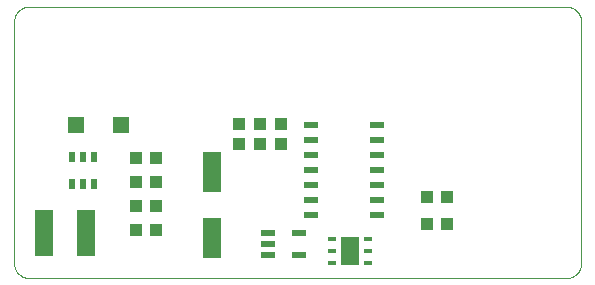
<source format=gtp>
G75*
%MOIN*%
%OFA0B0*%
%FSLAX25Y25*%
%IPPOS*%
%LPD*%
%AMOC8*
5,1,8,0,0,1.08239X$1,22.5*
%
%ADD10C,0.00000*%
%ADD11R,0.02362X0.03543*%
%ADD12R,0.04724X0.02165*%
%ADD13R,0.05906X0.15748*%
%ADD14R,0.03937X0.04331*%
%ADD15R,0.04331X0.03937*%
%ADD16R,0.05512X0.05512*%
%ADD17R,0.06299X0.13780*%
%ADD18R,0.04724X0.02362*%
%ADD19R,0.03150X0.01772*%
%ADD20R,0.05906X0.09449*%
D10*
X0012000Y0060307D02*
X0190976Y0060307D01*
X0191116Y0060309D01*
X0191256Y0060315D01*
X0191396Y0060325D01*
X0191536Y0060338D01*
X0191675Y0060356D01*
X0191814Y0060378D01*
X0191951Y0060403D01*
X0192089Y0060432D01*
X0192225Y0060465D01*
X0192360Y0060502D01*
X0192494Y0060543D01*
X0192627Y0060588D01*
X0192759Y0060636D01*
X0192889Y0060688D01*
X0193018Y0060743D01*
X0193145Y0060802D01*
X0193271Y0060865D01*
X0193395Y0060931D01*
X0193516Y0061000D01*
X0193636Y0061073D01*
X0193754Y0061150D01*
X0193869Y0061229D01*
X0193983Y0061312D01*
X0194093Y0061398D01*
X0194202Y0061487D01*
X0194308Y0061579D01*
X0194411Y0061674D01*
X0194512Y0061771D01*
X0194609Y0061872D01*
X0194704Y0061975D01*
X0194796Y0062081D01*
X0194885Y0062190D01*
X0194971Y0062300D01*
X0195054Y0062414D01*
X0195133Y0062529D01*
X0195210Y0062647D01*
X0195283Y0062767D01*
X0195352Y0062888D01*
X0195418Y0063012D01*
X0195481Y0063138D01*
X0195540Y0063265D01*
X0195595Y0063394D01*
X0195647Y0063524D01*
X0195695Y0063656D01*
X0195740Y0063789D01*
X0195781Y0063923D01*
X0195818Y0064058D01*
X0195851Y0064194D01*
X0195880Y0064332D01*
X0195905Y0064469D01*
X0195927Y0064608D01*
X0195945Y0064747D01*
X0195958Y0064887D01*
X0195968Y0065027D01*
X0195974Y0065167D01*
X0195976Y0065307D01*
X0195976Y0145858D01*
X0195974Y0145998D01*
X0195968Y0146138D01*
X0195958Y0146278D01*
X0195945Y0146418D01*
X0195927Y0146557D01*
X0195905Y0146696D01*
X0195880Y0146833D01*
X0195851Y0146971D01*
X0195818Y0147107D01*
X0195781Y0147242D01*
X0195740Y0147376D01*
X0195695Y0147509D01*
X0195647Y0147641D01*
X0195595Y0147771D01*
X0195540Y0147900D01*
X0195481Y0148027D01*
X0195418Y0148153D01*
X0195352Y0148277D01*
X0195283Y0148398D01*
X0195210Y0148518D01*
X0195133Y0148636D01*
X0195054Y0148751D01*
X0194971Y0148865D01*
X0194885Y0148975D01*
X0194796Y0149084D01*
X0194704Y0149190D01*
X0194609Y0149293D01*
X0194512Y0149394D01*
X0194411Y0149491D01*
X0194308Y0149586D01*
X0194202Y0149678D01*
X0194093Y0149767D01*
X0193983Y0149853D01*
X0193869Y0149936D01*
X0193754Y0150015D01*
X0193636Y0150092D01*
X0193516Y0150165D01*
X0193395Y0150234D01*
X0193271Y0150300D01*
X0193145Y0150363D01*
X0193018Y0150422D01*
X0192889Y0150477D01*
X0192759Y0150529D01*
X0192627Y0150577D01*
X0192494Y0150622D01*
X0192360Y0150663D01*
X0192225Y0150700D01*
X0192089Y0150733D01*
X0191951Y0150762D01*
X0191814Y0150787D01*
X0191675Y0150809D01*
X0191536Y0150827D01*
X0191396Y0150840D01*
X0191256Y0150850D01*
X0191116Y0150856D01*
X0190976Y0150858D01*
X0012000Y0150858D01*
X0011860Y0150856D01*
X0011720Y0150850D01*
X0011580Y0150840D01*
X0011440Y0150827D01*
X0011301Y0150809D01*
X0011162Y0150787D01*
X0011025Y0150762D01*
X0010887Y0150733D01*
X0010751Y0150700D01*
X0010616Y0150663D01*
X0010482Y0150622D01*
X0010349Y0150577D01*
X0010217Y0150529D01*
X0010087Y0150477D01*
X0009958Y0150422D01*
X0009831Y0150363D01*
X0009705Y0150300D01*
X0009581Y0150234D01*
X0009460Y0150165D01*
X0009340Y0150092D01*
X0009222Y0150015D01*
X0009107Y0149936D01*
X0008993Y0149853D01*
X0008883Y0149767D01*
X0008774Y0149678D01*
X0008668Y0149586D01*
X0008565Y0149491D01*
X0008464Y0149394D01*
X0008367Y0149293D01*
X0008272Y0149190D01*
X0008180Y0149084D01*
X0008091Y0148975D01*
X0008005Y0148865D01*
X0007922Y0148751D01*
X0007843Y0148636D01*
X0007766Y0148518D01*
X0007693Y0148398D01*
X0007624Y0148277D01*
X0007558Y0148153D01*
X0007495Y0148027D01*
X0007436Y0147900D01*
X0007381Y0147771D01*
X0007329Y0147641D01*
X0007281Y0147509D01*
X0007236Y0147376D01*
X0007195Y0147242D01*
X0007158Y0147107D01*
X0007125Y0146971D01*
X0007096Y0146833D01*
X0007071Y0146696D01*
X0007049Y0146557D01*
X0007031Y0146418D01*
X0007018Y0146278D01*
X0007008Y0146138D01*
X0007002Y0145998D01*
X0007000Y0145858D01*
X0007000Y0065307D01*
X0007002Y0065167D01*
X0007008Y0065027D01*
X0007018Y0064887D01*
X0007031Y0064747D01*
X0007049Y0064608D01*
X0007071Y0064469D01*
X0007096Y0064332D01*
X0007125Y0064194D01*
X0007158Y0064058D01*
X0007195Y0063923D01*
X0007236Y0063789D01*
X0007281Y0063656D01*
X0007329Y0063524D01*
X0007381Y0063394D01*
X0007436Y0063265D01*
X0007495Y0063138D01*
X0007558Y0063012D01*
X0007624Y0062888D01*
X0007693Y0062767D01*
X0007766Y0062647D01*
X0007843Y0062529D01*
X0007922Y0062414D01*
X0008005Y0062300D01*
X0008091Y0062190D01*
X0008180Y0062081D01*
X0008272Y0061975D01*
X0008367Y0061872D01*
X0008464Y0061771D01*
X0008565Y0061674D01*
X0008668Y0061579D01*
X0008774Y0061487D01*
X0008883Y0061398D01*
X0008993Y0061312D01*
X0009107Y0061229D01*
X0009222Y0061150D01*
X0009340Y0061073D01*
X0009460Y0061000D01*
X0009581Y0060931D01*
X0009705Y0060865D01*
X0009831Y0060802D01*
X0009958Y0060743D01*
X0010087Y0060688D01*
X0010217Y0060636D01*
X0010349Y0060588D01*
X0010482Y0060543D01*
X0010616Y0060502D01*
X0010751Y0060465D01*
X0010887Y0060432D01*
X0011025Y0060403D01*
X0011162Y0060378D01*
X0011301Y0060356D01*
X0011440Y0060338D01*
X0011580Y0060325D01*
X0011720Y0060315D01*
X0011860Y0060309D01*
X0012000Y0060307D01*
D11*
X0026260Y0091779D03*
X0030000Y0091779D03*
X0033740Y0091779D03*
X0033740Y0100834D03*
X0030000Y0100834D03*
X0026260Y0100834D03*
D12*
X0091630Y0075409D03*
X0091630Y0071669D03*
X0091630Y0067929D03*
X0101866Y0067929D03*
X0101866Y0075409D03*
D13*
X0031087Y0075307D03*
X0016913Y0075307D03*
D14*
X0047654Y0076307D03*
X0054346Y0076307D03*
X0054346Y0084307D03*
X0047654Y0084307D03*
X0047654Y0100307D03*
X0054346Y0100307D03*
X0096000Y0104960D03*
X0096000Y0111653D03*
X0144654Y0087307D03*
X0151346Y0087307D03*
X0151346Y0078307D03*
X0144654Y0078307D03*
D15*
X0089000Y0104960D03*
X0082000Y0104960D03*
X0082000Y0111653D03*
X0089000Y0111653D03*
X0054346Y0092307D03*
X0047654Y0092307D03*
D16*
X0042480Y0111307D03*
X0027520Y0111307D03*
D17*
X0072874Y0095638D03*
X0072874Y0073590D03*
D18*
X0105976Y0081307D03*
X0105976Y0086307D03*
X0105976Y0091307D03*
X0105976Y0096307D03*
X0105976Y0101307D03*
X0105976Y0106307D03*
X0105976Y0111307D03*
X0128024Y0111307D03*
X0128024Y0106307D03*
X0128024Y0101307D03*
X0128024Y0096307D03*
X0128024Y0091307D03*
X0128024Y0086307D03*
X0128024Y0081307D03*
D19*
X0124906Y0073244D03*
X0124906Y0069307D03*
X0124906Y0065370D03*
X0113094Y0065370D03*
X0113094Y0069307D03*
X0113094Y0073244D03*
D20*
X0119000Y0069307D03*
M02*

</source>
